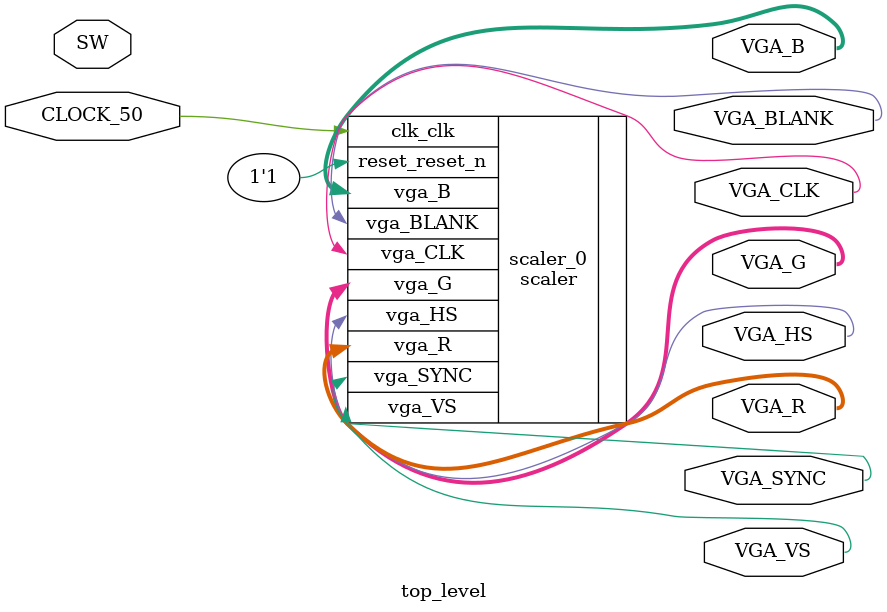
<source format=sv>
module top_level (
		input  wire        CLOCK_50,
		input  wire [17:0] SW,
		
		output wire        VGA_CLK,    
		output wire        VGA_HS,     
		output wire        VGA_VS,     
		output wire        VGA_BLANK,  
		output wire        VGA_SYNC,   
		output wire [7:0]  VGA_R,        
		output wire [7:0]  VGA_G,        
		output wire [7:0]  VGA_B         
);

scaler scaler_0 (
		.clk_clk(CLOCK_50),
		.reset_reset_n(1'b1),
		.vga_CLK(VGA_CLK),
		.vga_HS(VGA_HS),
		.vga_VS(VGA_VS),
		.vga_BLANK(VGA_BLANK),
		.vga_SYNC(VGA_SYNC),
		.vga_R(VGA_R),
		.vga_G(VGA_G),
		.vga_B(VGA_B)
);

endmodule

</source>
